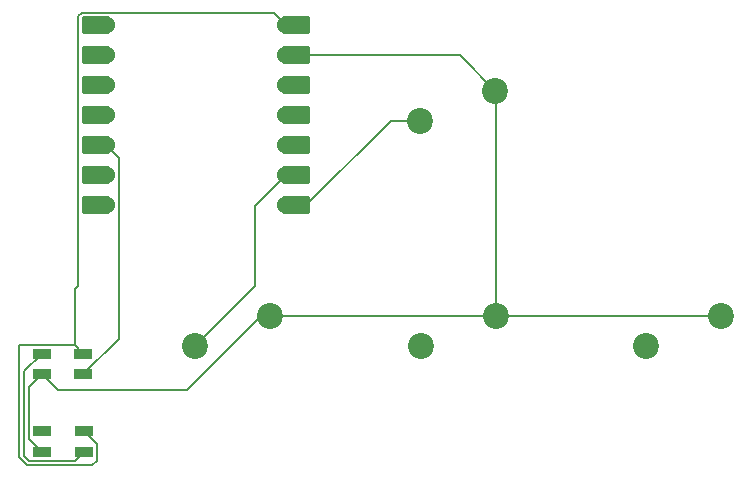
<source format=gbr>
%TF.GenerationSoftware,KiCad,Pcbnew,9.0.2*%
%TF.CreationDate,2025-06-20T14:09:44-04:00*%
%TF.ProjectId,hackpad,6861636b-7061-4642-9e6b-696361645f70,rev?*%
%TF.SameCoordinates,Original*%
%TF.FileFunction,Copper,L1,Top*%
%TF.FilePolarity,Positive*%
%FSLAX46Y46*%
G04 Gerber Fmt 4.6, Leading zero omitted, Abs format (unit mm)*
G04 Created by KiCad (PCBNEW 9.0.2) date 2025-06-20 14:09:44*
%MOMM*%
%LPD*%
G01*
G04 APERTURE LIST*
G04 Aperture macros list*
%AMRoundRect*
0 Rectangle with rounded corners*
0 $1 Rounding radius*
0 $2 $3 $4 $5 $6 $7 $8 $9 X,Y pos of 4 corners*
0 Add a 4 corners polygon primitive as box body*
4,1,4,$2,$3,$4,$5,$6,$7,$8,$9,$2,$3,0*
0 Add four circle primitives for the rounded corners*
1,1,$1+$1,$2,$3*
1,1,$1+$1,$4,$5*
1,1,$1+$1,$6,$7*
1,1,$1+$1,$8,$9*
0 Add four rect primitives between the rounded corners*
20,1,$1+$1,$2,$3,$4,$5,0*
20,1,$1+$1,$4,$5,$6,$7,0*
20,1,$1+$1,$6,$7,$8,$9,0*
20,1,$1+$1,$8,$9,$2,$3,0*%
G04 Aperture macros list end*
%TA.AperFunction,SMDPad,CuDef*%
%ADD10RoundRect,0.152400X1.063600X0.609600X-1.063600X0.609600X-1.063600X-0.609600X1.063600X-0.609600X0*%
%TD*%
%TA.AperFunction,ComponentPad*%
%ADD11C,1.524000*%
%TD*%
%TA.AperFunction,SMDPad,CuDef*%
%ADD12RoundRect,0.152400X-1.063600X-0.609600X1.063600X-0.609600X1.063600X0.609600X-1.063600X0.609600X0*%
%TD*%
%TA.AperFunction,ComponentPad*%
%ADD13C,2.200000*%
%TD*%
%TA.AperFunction,SMDPad,CuDef*%
%ADD14R,1.600000X0.850000*%
%TD*%
%TA.AperFunction,Conductor*%
%ADD15C,0.200000*%
%TD*%
G04 APERTURE END LIST*
D10*
%TO.P,U1,1,GPIO26/ADC0/A0*%
%TO.N,unconnected-(U1-GPIO26{slash}ADC0{slash}A0-Pad1)*%
X129045000Y-67948500D03*
D11*
X129880000Y-67948500D03*
D10*
%TO.P,U1,2,GPIO27/ADC1/A1*%
%TO.N,unconnected-(U1-GPIO27{slash}ADC1{slash}A1-Pad2)*%
X129045000Y-70488500D03*
D11*
X129880000Y-70488500D03*
D10*
%TO.P,U1,3,GPIO28/ADC2/A2*%
%TO.N,unconnected-(U1-GPIO28{slash}ADC2{slash}A2-Pad3)*%
X129045000Y-73028500D03*
D11*
X129880000Y-73028500D03*
D10*
%TO.P,U1,4,GPIO29/ADC3/A3*%
%TO.N,unconnected-(U1-GPIO29{slash}ADC3{slash}A3-Pad4)*%
X129045000Y-75568500D03*
D11*
X129880000Y-75568500D03*
D10*
%TO.P,U1,5,GPIO6/SDA*%
%TO.N,Net-(D1-DIN)*%
X129045000Y-78108500D03*
D11*
X129880000Y-78108500D03*
D10*
%TO.P,U1,6,GPIO7/SCL*%
%TO.N,unconnected-(U1-GPIO7{slash}SCL-Pad6)*%
X129045000Y-80648500D03*
D11*
X129880000Y-80648500D03*
D10*
%TO.P,U1,7,GPIO0/TX*%
%TO.N,unconnected-(U1-GPIO0{slash}TX-Pad7)*%
X129045000Y-83188500D03*
D11*
X129880000Y-83188500D03*
%TO.P,U1,8,GPIO1/RX*%
%TO.N,Net-(U1-GPIO1{slash}RX)*%
X145120000Y-83188500D03*
D12*
X145955000Y-83188500D03*
D11*
%TO.P,U1,9,GPIO2/SCK*%
%TO.N,Net-(U1-GPIO2{slash}SCK)*%
X145120000Y-80648500D03*
D12*
X145955000Y-80648500D03*
D11*
%TO.P,U1,10,GPIO4/MISO*%
%TO.N,Net-(U1-GPIO4{slash}MISO)*%
X145120000Y-78108500D03*
D12*
X145955000Y-78108500D03*
D11*
%TO.P,U1,11,GPIO3/MOSI*%
%TO.N,Net-(U1-GPIO3{slash}MOSI)*%
X145120000Y-75568500D03*
D12*
X145955000Y-75568500D03*
D11*
%TO.P,U1,12,3V3*%
%TO.N,unconnected-(U1-3V3-Pad12)*%
X145120000Y-73028500D03*
D12*
X145955000Y-73028500D03*
D11*
%TO.P,U1,13,GND*%
%TO.N,GND*%
X145120000Y-70488500D03*
D12*
X145955000Y-70488500D03*
D11*
%TO.P,U1,14,VBUS*%
%TO.N,+5V*%
X145120000Y-67948500D03*
D12*
X145955000Y-67948500D03*
%TD*%
D13*
%TO.P,SW4,1,1*%
%TO.N,GND*%
X181890000Y-92530000D03*
%TO.P,SW4,2,2*%
%TO.N,Net-(U1-GPIO3{slash}MOSI)*%
X175540000Y-95070000D03*
%TD*%
D14*
%TO.P,D1,1,DOUT*%
%TO.N,Net-(D1-DOUT)*%
X124450000Y-95750000D03*
%TO.P,D1,2,VSS*%
%TO.N,GND*%
X124450000Y-97500000D03*
%TO.P,D1,3,DIN*%
%TO.N,Net-(D1-DIN)*%
X127950000Y-97500000D03*
%TO.P,D1,4,VDD*%
%TO.N,+5V*%
X127950000Y-95750000D03*
%TD*%
D13*
%TO.P,SW3,1,1*%
%TO.N,GND*%
X162839400Y-92532200D03*
%TO.P,SW3,2,2*%
%TO.N,Net-(U1-GPIO4{slash}MISO)*%
X156489400Y-95072200D03*
%TD*%
%TO.P,SW1,1,1*%
%TO.N,GND*%
X162830000Y-73480000D03*
%TO.P,SW1,2,2*%
%TO.N,Net-(U1-GPIO1{slash}RX)*%
X156480000Y-76020000D03*
%TD*%
D14*
%TO.P,D2,1,DOUT*%
%TO.N,unconnected-(D2-DOUT-Pad1)*%
X124460000Y-102330000D03*
%TO.P,D2,2,VSS*%
%TO.N,GND*%
X124460000Y-104080000D03*
%TO.P,D2,3,DIN*%
%TO.N,Net-(D1-DOUT)*%
X127960000Y-104080000D03*
%TO.P,D2,4,VDD*%
%TO.N,+5V*%
X127960000Y-102330000D03*
%TD*%
D13*
%TO.P,SW2,1,1*%
%TO.N,GND*%
X143780000Y-92530000D03*
%TO.P,SW2,2,2*%
%TO.N,Net-(U1-GPIO2{slash}SCK)*%
X137430000Y-95070000D03*
%TD*%
D15*
%TO.N,Net-(D1-DIN)*%
X130943000Y-79171500D02*
X129880000Y-78108500D01*
X127950000Y-97500000D02*
X130943000Y-94507000D01*
X130943000Y-94507000D02*
X130943000Y-79171500D01*
%TO.N,Net-(D1-DOUT)*%
X123359000Y-104806000D02*
X122958000Y-104405000D01*
X127234000Y-104806000D02*
X123359000Y-104806000D01*
X122958000Y-97242000D02*
X124450000Y-95750000D01*
X127960000Y-104080000D02*
X127234000Y-104806000D01*
X122958000Y-104405000D02*
X122958000Y-97242000D01*
%TO.N,+5V*%
X127500000Y-90000000D02*
X127500000Y-67174874D01*
X127500000Y-67174874D02*
X127789374Y-66885500D01*
X122500000Y-95000000D02*
X127200000Y-95000000D01*
X122500000Y-104514100D02*
X122500000Y-95000000D01*
X127789374Y-66885500D02*
X144057000Y-66885500D01*
X129061000Y-103431000D02*
X129061000Y-104806000D01*
X127200000Y-95000000D02*
X127200000Y-90300000D01*
X127950000Y-95750000D02*
X127200000Y-95000000D01*
X129061000Y-104806000D02*
X128660000Y-105207000D01*
X127960000Y-102330000D02*
X129061000Y-103431000D01*
X127200000Y-90300000D02*
X127500000Y-90000000D01*
X123192900Y-105207000D02*
X122500000Y-104514100D01*
X144057000Y-66885500D02*
X145120000Y-67948500D01*
X128660000Y-105207000D02*
X123192900Y-105207000D01*
%TO.N,GND*%
X162839400Y-92532200D02*
X162839400Y-73489400D01*
X162839400Y-73489400D02*
X162830000Y-73480000D01*
X136714184Y-98811000D02*
X142995184Y-92530000D01*
X123359000Y-98591000D02*
X124450000Y-97500000D01*
X142995184Y-92530000D02*
X143780000Y-92530000D01*
X159838500Y-70488500D02*
X145120000Y-70488500D01*
X143780000Y-92530000D02*
X162837200Y-92530000D01*
X162841600Y-92530000D02*
X162839400Y-92532200D01*
X125761000Y-98811000D02*
X136714184Y-98811000D01*
X162830000Y-73480000D02*
X159838500Y-70488500D01*
X124450000Y-97500000D02*
X125761000Y-98811000D01*
X181890000Y-92530000D02*
X162841600Y-92530000D01*
X123359000Y-102979000D02*
X123359000Y-98591000D01*
X162837200Y-92530000D02*
X162839400Y-92532200D01*
X124460000Y-104080000D02*
X123359000Y-102979000D01*
%TO.N,unconnected-(D2-DOUT-Pad1)*%
X124830000Y-102330000D02*
X125000000Y-102500000D01*
%TO.N,Net-(U1-GPIO1{slash}RX)*%
X146811500Y-83188500D02*
X145120000Y-83188500D01*
X156480000Y-76020000D02*
X153980000Y-76020000D01*
X153980000Y-76020000D02*
X146811500Y-83188500D01*
%TO.N,Net-(U1-GPIO2{slash}SCK)*%
X142500000Y-83268500D02*
X145120000Y-80648500D01*
X142500000Y-90000000D02*
X142500000Y-83268500D01*
X137430000Y-95070000D02*
X142500000Y-90000000D01*
%TD*%
M02*

</source>
